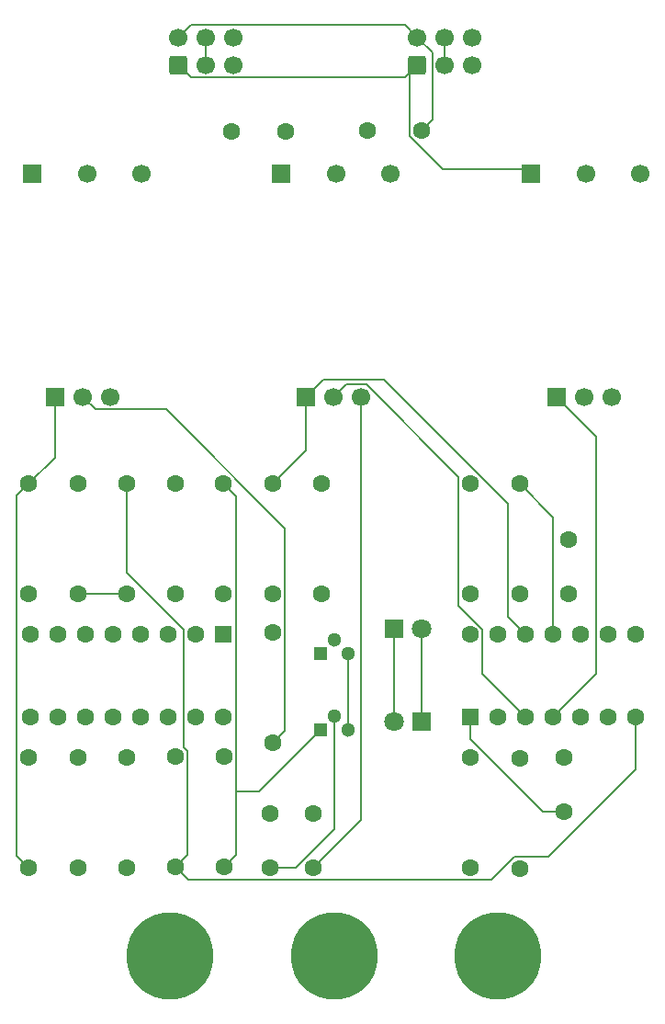
<source format=gbr>
%TF.GenerationSoftware,KiCad,Pcbnew,9.0.6*%
%TF.CreationDate,2025-12-28T20:24:00+11:00*%
%TF.ProjectId,low-pass-filter,6c6f772d-7061-4737-932d-66696c746572,rev?*%
%TF.SameCoordinates,Original*%
%TF.FileFunction,Copper,L2,Bot*%
%TF.FilePolarity,Positive*%
%FSLAX46Y46*%
G04 Gerber Fmt 4.6, Leading zero omitted, Abs format (unit mm)*
G04 Created by KiCad (PCBNEW 9.0.6) date 2025-12-28 20:24:00*
%MOMM*%
%LPD*%
G01*
G04 APERTURE LIST*
G04 Aperture macros list*
%AMRoundRect*
0 Rectangle with rounded corners*
0 $1 Rounding radius*
0 $2 $3 $4 $5 $6 $7 $8 $9 X,Y pos of 4 corners*
0 Add a 4 corners polygon primitive as box body*
4,1,4,$2,$3,$4,$5,$6,$7,$8,$9,$2,$3,0*
0 Add four circle primitives for the rounded corners*
1,1,$1+$1,$2,$3*
1,1,$1+$1,$4,$5*
1,1,$1+$1,$6,$7*
1,1,$1+$1,$8,$9*
0 Add four rect primitives between the rounded corners*
20,1,$1+$1,$2,$3,$4,$5,0*
20,1,$1+$1,$4,$5,$6,$7,0*
20,1,$1+$1,$6,$7,$8,$9,0*
20,1,$1+$1,$8,$9,$2,$3,0*%
G04 Aperture macros list end*
%TA.AperFunction,ComponentPad*%
%ADD10C,8.000000*%
%TD*%
%TA.AperFunction,ComponentPad*%
%ADD11C,1.600000*%
%TD*%
%TA.AperFunction,ComponentPad*%
%ADD12RoundRect,0.250000X0.600000X-0.600000X0.600000X0.600000X-0.600000X0.600000X-0.600000X-0.600000X0*%
%TD*%
%TA.AperFunction,ComponentPad*%
%ADD13C,1.700000*%
%TD*%
%TA.AperFunction,ComponentPad*%
%ADD14R,1.700000X1.700000*%
%TD*%
%TA.AperFunction,ComponentPad*%
%ADD15R,1.300000X1.300000*%
%TD*%
%TA.AperFunction,ComponentPad*%
%ADD16C,1.300000*%
%TD*%
%TA.AperFunction,ComponentPad*%
%ADD17R,1.800000X1.800000*%
%TD*%
%TA.AperFunction,ComponentPad*%
%ADD18C,1.800000*%
%TD*%
%TA.AperFunction,ComponentPad*%
%ADD19RoundRect,0.250000X0.550000X-0.550000X0.550000X0.550000X-0.550000X0.550000X-0.550000X-0.550000X0*%
%TD*%
%TA.AperFunction,ComponentPad*%
%ADD20RoundRect,0.250000X-0.550000X0.550000X-0.550000X-0.550000X0.550000X-0.550000X0.550000X0.550000X0*%
%TD*%
%TA.AperFunction,Conductor*%
%ADD21C,0.200000*%
%TD*%
G04 APERTURE END LIST*
D10*
%TO.P,J7,1,Pin_1*%
%TO.N,Net-(J7-Pin_1)*%
X66300001Y-133524938D03*
%TD*%
D11*
%TO.P,R15,1*%
%TO.N,GND*%
X75810001Y-90030000D03*
%TO.P,R15,2*%
%TO.N,Net-(Q1-B)*%
X75810001Y-100190000D03*
%TD*%
%TO.P,R16,2*%
%TO.N,Net-(J9-Pin_2)*%
X80310001Y-90030000D03*
%TO.P,R16,1*%
%TO.N,Net-(Q1-B)*%
X80310001Y-100190000D03*
%TD*%
%TO.P,C6,1*%
%TO.N,GND*%
X75500001Y-125380000D03*
%TO.P,C6,2*%
%TO.N,Net-(U2C-+)*%
X75500001Y-120380000D03*
%TD*%
%TO.P,C5,1*%
%TO.N,Net-(C5-Pad1)*%
X103040001Y-95189043D03*
%TO.P,C5,2*%
%TO.N,Net-(Q1-C)*%
X103040001Y-100189043D03*
%TD*%
%TO.P,C3,1*%
%TO.N,Net-(D1-A)*%
X102615001Y-120189043D03*
%TO.P,C3,2*%
%TO.N,Net-(U2B-+)*%
X102615001Y-115189043D03*
%TD*%
%TO.P,C2,1*%
%TO.N,GND*%
X77000001Y-57566085D03*
%TO.P,C2,2*%
%TO.N,12V*%
X72000001Y-57566085D03*
%TD*%
%TO.P,C1,1*%
%TO.N,-12V*%
X89500001Y-57500000D03*
%TO.P,C1,2*%
%TO.N,GND*%
X84500001Y-57500000D03*
%TD*%
%TO.P,C4,1*%
%TO.N,Net-(U2C--)*%
X79500001Y-120380000D03*
%TO.P,C4,2*%
%TO.N,Net-(J5-Pin_1)*%
X79500001Y-125380000D03*
%TD*%
%TO.P,R8,1*%
%TO.N,Net-(U2B--)*%
X66810001Y-125270000D03*
%TO.P,R8,2*%
%TO.N,Net-(U1A-+)*%
X66810001Y-115110000D03*
%TD*%
%TO.P,R7,1*%
%TO.N,Net-(Q2-C)*%
X71182766Y-89957451D03*
%TO.P,R7,2*%
%TO.N,Net-(R7-Pad2)*%
X71182766Y-100117451D03*
%TD*%
D12*
%TO.P,J2,1,Pin_1*%
%TO.N,12V*%
X89115001Y-51435000D03*
D13*
%TO.P,J2,2,Pin_2*%
%TO.N,-12V*%
X89115001Y-48895000D03*
%TO.P,J2,3,Pin_3*%
%TO.N,GND*%
X91655001Y-51435000D03*
%TO.P,J2,4,Pin_4*%
X91655001Y-48895000D03*
%TO.P,J2,5,Pin_5*%
%TO.N,5V*%
X94195001Y-51435000D03*
%TO.P,J2,6,Pin_6*%
%TO.N,unconnected-(J2-Pin_6-Pad6)*%
X94195001Y-48895000D03*
%TD*%
D14*
%TO.P,RV2,1,1*%
%TO.N,GND*%
X78860001Y-82000000D03*
D13*
%TO.P,RV2,2,2*%
%TO.N,Net-(J6-Pin_2)*%
X81400001Y-82000000D03*
%TO.P,RV2,3,3*%
%TO.N,Net-(J5-Pin_1)*%
X83940001Y-82000000D03*
%TD*%
D11*
%TO.P,R3,1*%
%TO.N,Net-(U1C--)*%
X53310001Y-100190000D03*
%TO.P,R3,2*%
%TO.N,GND*%
X53310001Y-90030000D03*
%TD*%
D14*
%TO.P,J9,1,Pin_1*%
%TO.N,12V*%
X99575001Y-61435000D03*
D13*
%TO.P,J9,2,Pin_2*%
%TO.N,Net-(J9-Pin_2)*%
X104655001Y-61435000D03*
%TO.P,J9,3,Pin_3*%
%TO.N,-12V*%
X109655001Y-61435000D03*
%TD*%
D15*
%TO.P,Q1,1,C*%
%TO.N,Net-(Q1-C)*%
X80230001Y-105650000D03*
D16*
%TO.P,Q1,2,B*%
%TO.N,Net-(Q1-B)*%
X81500001Y-104380000D03*
%TO.P,Q1,3,E*%
%TO.N,Net-(Q1-E)*%
X82770001Y-105650000D03*
%TD*%
D10*
%TO.P,J5,1,Pin_1*%
%TO.N,Net-(J5-Pin_1)*%
X96500001Y-133524938D03*
%TD*%
D11*
%TO.P,R10,1*%
%TO.N,Net-(U1A--)*%
X57810001Y-115190000D03*
%TO.P,R10,2*%
%TO.N,Net-(U2C--)*%
X57810001Y-125350000D03*
%TD*%
D17*
%TO.P,D1,1,K*%
%TO.N,Net-(D1-K)*%
X86960001Y-103380000D03*
D18*
%TO.P,D1,2,A*%
%TO.N,Net-(D1-A)*%
X89500001Y-103380000D03*
%TD*%
D11*
%TO.P,R6,1*%
%TO.N,Net-(D1-A)*%
X94040001Y-125349043D03*
%TO.P,R6,2*%
%TO.N,Net-(D1-K)*%
X94040001Y-115189043D03*
%TD*%
%TO.P,R4,1*%
%TO.N,Net-(D1-K)*%
X98540001Y-115340000D03*
%TO.P,R4,2*%
%TO.N,GND*%
X98540001Y-125500000D03*
%TD*%
D17*
%TO.P,D2,1,K*%
%TO.N,Net-(D1-A)*%
X89500001Y-111880000D03*
D18*
%TO.P,D2,2,A*%
%TO.N,Net-(D1-K)*%
X86960001Y-111880000D03*
%TD*%
D11*
%TO.P,R17,1*%
%TO.N,Net-(J3-Pin_2)*%
X75810001Y-113850000D03*
%TO.P,R17,2*%
%TO.N,Net-(Q1-B)*%
X75810001Y-103690000D03*
%TD*%
D19*
%TO.P,U2,1*%
%TO.N,Net-(D1-A)*%
X94000001Y-111500000D03*
D11*
%TO.P,U2,2,-*%
%TO.N,Net-(D1-K)*%
X96540001Y-111500000D03*
%TO.P,U2,3,+*%
%TO.N,Net-(J6-Pin_2)*%
X99080001Y-111500000D03*
%TO.P,U2,4,V+*%
%TO.N,12V*%
X101620001Y-111500000D03*
%TO.P,U2,5,+*%
%TO.N,Net-(U2B-+)*%
X104160001Y-111500000D03*
%TO.P,U2,6,-*%
%TO.N,Net-(U2B--)*%
X106700001Y-111500000D03*
%TO.P,U2,7*%
X109240001Y-111500000D03*
%TO.P,U2,8*%
%TO.N,Net-(U2C--)*%
X109240001Y-103880000D03*
%TO.P,U2,9,-*%
X106700001Y-103880000D03*
%TO.P,U2,10,+*%
%TO.N,Net-(U2C-+)*%
X104160001Y-103880000D03*
%TO.P,U2,11,V-*%
%TO.N,-12V*%
X101620001Y-103880000D03*
%TO.P,U2,12,+*%
%TO.N,GND*%
X99080001Y-103880000D03*
%TO.P,U2,13,-*%
%TO.N,Net-(Q1-C)*%
X96540001Y-103880000D03*
%TO.P,U2,14*%
%TO.N,Net-(C5-Pad1)*%
X94000001Y-103880000D03*
%TD*%
%TO.P,R11,1*%
%TO.N,Net-(U1A--)*%
X53310001Y-115190000D03*
%TO.P,R11,2*%
%TO.N,GND*%
X53310001Y-125350000D03*
%TD*%
%TO.P,R14,1*%
%TO.N,Net-(Q1-C)*%
X98540001Y-100189043D03*
%TO.P,R14,2*%
%TO.N,-12V*%
X98540001Y-90029043D03*
%TD*%
%TO.P,R12,1*%
%TO.N,Net-(Q2-C)*%
X71310001Y-125270000D03*
%TO.P,R12,2*%
%TO.N,Net-(R12-Pad2)*%
X71310001Y-115110000D03*
%TD*%
D14*
%TO.P,RV1,1,1*%
%TO.N,GND*%
X55760001Y-82000000D03*
D13*
%TO.P,RV1,2,2*%
%TO.N,Net-(J3-Pin_2)*%
X58300001Y-82000000D03*
%TO.P,RV1,3,3*%
%TO.N,Net-(J3-Pin_3)*%
X60840001Y-82000000D03*
%TD*%
D11*
%TO.P,R1,1*%
%TO.N,Net-(U2B--)*%
X62310001Y-90030000D03*
%TO.P,R1,2*%
%TO.N,Net-(U1C--)*%
X62310001Y-100190000D03*
%TD*%
D14*
%TO.P,RV3,1,1*%
%TO.N,12V*%
X101960001Y-82000000D03*
D13*
%TO.P,RV3,2,2*%
%TO.N,Net-(J9-Pin_2)*%
X104500001Y-82000000D03*
%TO.P,RV3,3,3*%
%TO.N,-12V*%
X107040001Y-82000000D03*
%TD*%
D20*
%TO.P,U1,1*%
%TO.N,Net-(R7-Pad2)*%
X71200001Y-103880000D03*
D11*
%TO.P,U1,2,DIODE_BIAS*%
%TO.N,unconnected-(U1C-DIODE_BIAS-Pad2)*%
X68660001Y-103880000D03*
%TO.P,U1,3,+*%
%TO.N,Net-(U1C-+)*%
X66120001Y-103880000D03*
%TO.P,U1,4,-*%
%TO.N,Net-(U1C--)*%
X63580001Y-103880000D03*
%TO.P,U1,5*%
%TO.N,Net-(U2B-+)*%
X61040001Y-103880000D03*
%TO.P,U1,6,V-*%
%TO.N,-12V*%
X58500001Y-103880000D03*
%TO.P,U1,7*%
%TO.N,unconnected-(U1-Pad7)*%
X55960001Y-103880000D03*
%TO.P,U1,8*%
%TO.N,unconnected-(U1-Pad8)*%
X53420001Y-103880000D03*
%TO.P,U1,9*%
%TO.N,unconnected-(U1-Pad9)*%
X53420001Y-111500000D03*
%TO.P,U1,10*%
%TO.N,unconnected-(U1-Pad10)*%
X55960001Y-111500000D03*
%TO.P,U1,11,V+*%
%TO.N,12V*%
X58500001Y-111500000D03*
%TO.P,U1,12*%
%TO.N,Net-(U2C-+)*%
X61040001Y-111500000D03*
%TO.P,U1,13,-*%
%TO.N,Net-(U1A--)*%
X63580001Y-111500000D03*
%TO.P,U1,14,+*%
%TO.N,Net-(U1A-+)*%
X66120001Y-111500000D03*
%TO.P,U1,15,DIODE_BIAS*%
%TO.N,unconnected-(U1A-DIODE_BIAS-Pad15)*%
X68660001Y-111500000D03*
%TO.P,U1,16*%
%TO.N,Net-(R12-Pad2)*%
X71200001Y-111500000D03*
%TD*%
%TO.P,R5,1*%
%TO.N,GND*%
X66810001Y-89977277D03*
%TO.P,R5,2*%
%TO.N,Net-(U1C-+)*%
X66810001Y-100137277D03*
%TD*%
%TO.P,R13,1*%
%TO.N,Net-(Q1-E)*%
X94040001Y-90029043D03*
%TO.P,R13,2*%
%TO.N,Net-(C5-Pad1)*%
X94040001Y-100189043D03*
%TD*%
D14*
%TO.P,J3,1,Pin_1*%
%TO.N,GND*%
X53575001Y-61435000D03*
D13*
%TO.P,J3,2,Pin_2*%
%TO.N,Net-(J3-Pin_2)*%
X58655001Y-61435000D03*
%TO.P,J3,3,Pin_3*%
%TO.N,Net-(J3-Pin_3)*%
X63655001Y-61435000D03*
%TD*%
D12*
%TO.P,J1,1,Pin_1*%
%TO.N,12V*%
X67075001Y-51435000D03*
D13*
%TO.P,J1,2,Pin_2*%
%TO.N,-12V*%
X67075001Y-48895000D03*
%TO.P,J1,3,Pin_3*%
%TO.N,GND*%
X69615001Y-51435000D03*
%TO.P,J1,4,Pin_4*%
X69615001Y-48895000D03*
%TO.P,J1,5,Pin_5*%
%TO.N,5V*%
X72155001Y-51435000D03*
%TO.P,J1,6,Pin_6*%
%TO.N,unconnected-(J1-Pin_6-Pad6)*%
X72155001Y-48895000D03*
%TD*%
D11*
%TO.P,R9,1*%
%TO.N,Net-(U1A-+)*%
X62310001Y-115190000D03*
%TO.P,R9,2*%
%TO.N,GND*%
X62310001Y-125350000D03*
%TD*%
D15*
%TO.P,Q2,1,C*%
%TO.N,Net-(Q2-C)*%
X80230001Y-112650000D03*
D16*
%TO.P,Q2,2,B*%
%TO.N,GND*%
X81500001Y-111380000D03*
%TO.P,Q2,3,E*%
%TO.N,Net-(Q1-E)*%
X82770001Y-112650000D03*
%TD*%
D14*
%TO.P,J6,1,Pin_1*%
%TO.N,GND*%
X76575001Y-61435000D03*
D13*
%TO.P,J6,2,Pin_2*%
%TO.N,Net-(J6-Pin_2)*%
X81655001Y-61435000D03*
%TO.P,J6,3,Pin_3*%
%TO.N,Net-(J5-Pin_1)*%
X86655001Y-61435000D03*
%TD*%
D10*
%TO.P,J4,1,Pin_1*%
%TO.N,Net-(J3-Pin_3)*%
X81500001Y-133524938D03*
%TD*%
D11*
%TO.P,R2,1*%
%TO.N,Net-(U1C--)*%
X57810001Y-100190000D03*
%TO.P,R2,2*%
%TO.N,Net-(J7-Pin_1)*%
X57810001Y-90030000D03*
%TD*%
D21*
%TO.N,12V*%
X89115001Y-51435000D02*
X88399001Y-52151000D01*
X88399001Y-52151000D02*
X88399001Y-57956050D01*
X88399001Y-57956050D02*
X91491951Y-61049000D01*
X91491951Y-61049000D02*
X99189001Y-61049000D01*
X99189001Y-61049000D02*
X99575001Y-61435000D01*
%TO.N,-12V*%
X89115001Y-48895000D02*
X90500001Y-50280000D01*
X90500001Y-50280000D02*
X90500001Y-56500000D01*
X90500001Y-56500000D02*
X89500001Y-57500000D01*
%TO.N,12V*%
X67075001Y-51435000D02*
X68226001Y-52586000D01*
X87964001Y-52586000D02*
X89115001Y-51435000D01*
X68226001Y-52586000D02*
X87964001Y-52586000D01*
%TO.N,-12V*%
X67075001Y-48895000D02*
X68226001Y-47744000D01*
X68226001Y-47744000D02*
X87964001Y-47744000D01*
X87964001Y-47744000D02*
X89115001Y-48895000D01*
%TO.N,GND*%
X69615001Y-48895000D02*
X69615001Y-51435000D01*
X91655001Y-48895000D02*
X91655001Y-51435000D01*
X78860001Y-82000000D02*
X80412001Y-80448000D01*
X97439001Y-91870993D02*
X97439001Y-102239000D01*
X80412001Y-80448000D02*
X86016008Y-80448000D01*
X86016008Y-80448000D02*
X97439001Y-91870993D01*
X97439001Y-102239000D02*
X99080001Y-103880000D01*
X55760001Y-82000000D02*
X55760001Y-87580000D01*
X55760001Y-87580000D02*
X53310001Y-90030000D01*
%TO.N,Net-(U1C--)*%
X57810001Y-100190000D02*
X62310001Y-100190000D01*
%TO.N,Net-(J6-Pin_2)*%
X81400001Y-82000000D02*
X82551001Y-80849000D01*
X95101001Y-103423950D02*
X95101001Y-107521000D01*
X82551001Y-80849000D02*
X84416761Y-80849000D01*
X84416761Y-80849000D02*
X92939001Y-89371240D01*
X92939001Y-89371240D02*
X92939001Y-101261950D01*
X92939001Y-101261950D02*
X95101001Y-103423950D01*
X95101001Y-107521000D02*
X99080001Y-111500000D01*
%TO.N,Net-(J5-Pin_1)*%
X83940001Y-82000000D02*
X83940001Y-120940000D01*
X83940001Y-120940000D02*
X79500001Y-125380000D01*
%TO.N,12V*%
X101960001Y-82000000D02*
X105599001Y-85639000D01*
X105599001Y-85639000D02*
X105599001Y-107521000D01*
X105599001Y-107521000D02*
X101620001Y-111500000D01*
%TO.N,GND*%
X78860001Y-82000000D02*
X78860001Y-86980000D01*
X78860001Y-86980000D02*
X75810001Y-90030000D01*
%TO.N,Net-(J3-Pin_2)*%
X75810001Y-113850000D02*
X76911001Y-112749000D01*
X76911001Y-112749000D02*
X76911001Y-94128636D01*
X76911001Y-94128636D02*
X65933365Y-83151000D01*
X65933365Y-83151000D02*
X59451001Y-83151000D01*
X59451001Y-83151000D02*
X58300001Y-82000000D01*
%TO.N,Net-(U2B--)*%
X109240001Y-111500000D02*
X109240001Y-116357050D01*
X109240001Y-116357050D02*
X101198051Y-124399000D01*
X101198051Y-124399000D02*
X98083951Y-124399000D01*
X95982951Y-126500000D02*
X68040001Y-126500000D01*
X98083951Y-124399000D02*
X95982951Y-126500000D01*
X68040001Y-126500000D02*
X66810001Y-125270000D01*
%TO.N,Net-(D1-A)*%
X102615001Y-120189043D02*
X100689044Y-120189043D01*
X100689044Y-120189043D02*
X94000001Y-113500000D01*
X94000001Y-113500000D02*
X94000001Y-111500000D01*
X89500001Y-103380000D02*
X89500001Y-111880000D01*
%TO.N,Net-(D1-K)*%
X86960001Y-103380000D02*
X86960001Y-111880000D01*
%TO.N,GND*%
X81500001Y-111380000D02*
X81500001Y-121822950D01*
X81500001Y-121822950D02*
X77942951Y-125380000D01*
X77942951Y-125380000D02*
X75500001Y-125380000D01*
%TO.N,Net-(Q2-C)*%
X72411001Y-124169000D02*
X72411001Y-118380000D01*
X74500001Y-118380000D02*
X72411001Y-118380000D01*
X80230001Y-112650000D02*
X74500001Y-118380000D01*
%TO.N,Net-(Q1-E)*%
X82770001Y-105650000D02*
X82770001Y-112650000D01*
%TO.N,-12V*%
X101620001Y-103880000D02*
X101620001Y-93109043D01*
X101620001Y-93109043D02*
X98540001Y-90029043D01*
%TO.N,GND*%
X53310001Y-90030000D02*
X52209001Y-91131000D01*
X52209001Y-91131000D02*
X52209001Y-124249000D01*
X52209001Y-124249000D02*
X53310001Y-125350000D01*
%TO.N,Net-(U2B--)*%
X62310001Y-90030000D02*
X62310001Y-98174950D01*
X62310001Y-98174950D02*
X67559001Y-103423950D01*
X67559001Y-114301950D02*
X67911001Y-114653950D01*
X67559001Y-103423950D02*
X67559001Y-114301950D01*
X67911001Y-114653950D02*
X67911001Y-124169000D01*
X67911001Y-124169000D02*
X66810001Y-125270000D01*
%TO.N,Net-(Q2-C)*%
X71310001Y-125270000D02*
X72411001Y-124169000D01*
X72411001Y-118380000D02*
X72411001Y-91185686D01*
X72411001Y-91185686D02*
X71182766Y-89957451D01*
%TD*%
M02*

</source>
